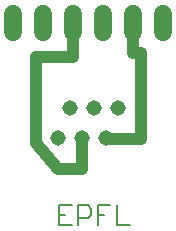
<source format=gtl>
G75*
G70*
%OFA0B0*%
%FSLAX24Y24*%
%IPPOS*%
%LPD*%
%AMOC8*
5,1,8,0,0,1.08239X$1,22.5*
%
%ADD10C,0.0060*%
%ADD11C,0.0594*%
%ADD12C,0.0515*%
%ADD13C,0.0400*%
D10*
X002345Y000586D02*
X002772Y000586D01*
X002989Y000586D02*
X002989Y001227D01*
X003309Y001227D01*
X003416Y001120D01*
X003416Y000907D01*
X003309Y000800D01*
X002989Y000800D01*
X002772Y001227D02*
X002345Y001227D01*
X002345Y000586D01*
X002345Y000907D02*
X002558Y000907D01*
X003634Y000907D02*
X003847Y000907D01*
X003634Y001227D02*
X004061Y001227D01*
X004278Y001227D02*
X004278Y000586D01*
X004705Y000586D01*
X003634Y000586D02*
X003634Y001227D01*
D11*
X003815Y007010D02*
X003815Y007603D01*
X004815Y007603D02*
X004815Y007010D01*
X005815Y007010D02*
X005815Y007603D01*
X002815Y007603D02*
X002815Y007010D01*
X001815Y007010D02*
X001815Y007603D01*
X000815Y007603D02*
X000815Y007010D01*
D12*
X002708Y004462D03*
X002315Y003462D03*
X003118Y003462D03*
X003511Y004462D03*
X003921Y003462D03*
X004315Y004462D03*
D13*
X002315Y002431D02*
X001565Y003306D01*
X001565Y006181D01*
X002815Y006181D01*
X002815Y007306D01*
X004815Y007306D02*
X004815Y006306D01*
X005065Y006306D01*
X005065Y003431D01*
X003921Y003431D01*
X003921Y003462D01*
X003118Y003462D02*
X003118Y002431D01*
X002315Y002431D01*
M02*

</source>
